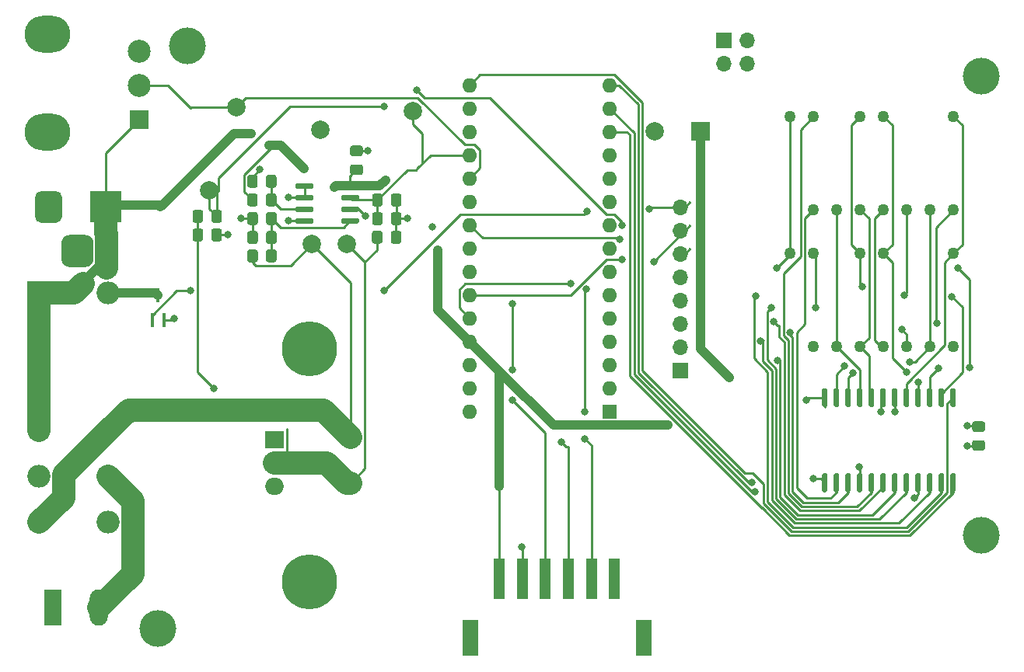
<source format=gbr>
%TF.GenerationSoftware,KiCad,Pcbnew,(5.1.6-0-10_14)*%
%TF.CreationDate,2021-01-28T17:00:11-08:00*%
%TF.ProjectId,temperatureController,74656d70-6572-4617-9475-7265436f6e74,rev?*%
%TF.SameCoordinates,Original*%
%TF.FileFunction,Copper,L1,Top*%
%TF.FilePolarity,Positive*%
%FSLAX46Y46*%
G04 Gerber Fmt 4.6, Leading zero omitted, Abs format (unit mm)*
G04 Created by KiCad (PCBNEW (5.1.6-0-10_14)) date 2021-01-28 17:00:11*
%MOMM*%
%LPD*%
G01*
G04 APERTURE LIST*
%TA.AperFunction,ComponentPad*%
%ADD10C,6.000000*%
%TD*%
%TA.AperFunction,ComponentPad*%
%ADD11O,2.500000X2.500000*%
%TD*%
%TA.AperFunction,ComponentPad*%
%ADD12R,2.500000X2.500000*%
%TD*%
%TA.AperFunction,SMDPad,CuDef*%
%ADD13R,0.450000X1.500000*%
%TD*%
%TA.AperFunction,ComponentPad*%
%ADD14O,1.700000X1.700000*%
%TD*%
%TA.AperFunction,ComponentPad*%
%ADD15R,1.700000X1.700000*%
%TD*%
%TA.AperFunction,ComponentPad*%
%ADD16O,1.600000X1.600000*%
%TD*%
%TA.AperFunction,ComponentPad*%
%ADD17R,1.600000X1.600000*%
%TD*%
%TA.AperFunction,ComponentPad*%
%ADD18O,1.800000X1.800000*%
%TD*%
%TA.AperFunction,ComponentPad*%
%ADD19C,2.000000*%
%TD*%
%TA.AperFunction,SMDPad,CuDef*%
%ADD20R,1.300000X4.500000*%
%TD*%
%TA.AperFunction,SMDPad,CuDef*%
%ADD21R,1.800000X3.900000*%
%TD*%
%TA.AperFunction,ComponentPad*%
%ADD22O,2.000000X1.905000*%
%TD*%
%TA.AperFunction,ComponentPad*%
%ADD23R,2.000000X1.905000*%
%TD*%
%TA.AperFunction,ComponentPad*%
%ADD24C,4.000000*%
%TD*%
%TA.AperFunction,ComponentPad*%
%ADD25O,5.000000X4.000000*%
%TD*%
%TA.AperFunction,ComponentPad*%
%ADD26C,2.500000*%
%TD*%
%TA.AperFunction,ComponentPad*%
%ADD27R,2.000000X2.000000*%
%TD*%
%TA.AperFunction,ComponentPad*%
%ADD28C,1.270000*%
%TD*%
%TA.AperFunction,ComponentPad*%
%ADD29O,1.980000X3.960000*%
%TD*%
%TA.AperFunction,ComponentPad*%
%ADD30R,1.980000X3.960000*%
%TD*%
%TA.AperFunction,ComponentPad*%
%ADD31R,3.500000X3.500000*%
%TD*%
%TA.AperFunction,ViaPad*%
%ADD32C,0.800000*%
%TD*%
%TA.AperFunction,Conductor*%
%ADD33C,0.250000*%
%TD*%
%TA.AperFunction,Conductor*%
%ADD34C,1.000000*%
%TD*%
%TA.AperFunction,Conductor*%
%ADD35C,2.500000*%
%TD*%
G04 APERTURE END LIST*
%TO.P,U2,8*%
%TO.N,VDD*%
%TA.AperFunction,SMDPad,CuDef*%
G36*
G01*
X155805000Y-76350000D02*
X155805000Y-76050000D01*
G75*
G02*
X155955000Y-75900000I150000J0D01*
G01*
X157605000Y-75900000D01*
G75*
G02*
X157755000Y-76050000I0J-150000D01*
G01*
X157755000Y-76350000D01*
G75*
G02*
X157605000Y-76500000I-150000J0D01*
G01*
X155955000Y-76500000D01*
G75*
G02*
X155805000Y-76350000I0J150000D01*
G01*
G37*
%TD.AperFunction*%
%TO.P,U2,7*%
%TO.N,/VSNS_F*%
%TA.AperFunction,SMDPad,CuDef*%
G36*
G01*
X155805000Y-77620000D02*
X155805000Y-77320000D01*
G75*
G02*
X155955000Y-77170000I150000J0D01*
G01*
X157605000Y-77170000D01*
G75*
G02*
X157755000Y-77320000I0J-150000D01*
G01*
X157755000Y-77620000D01*
G75*
G02*
X157605000Y-77770000I-150000J0D01*
G01*
X155955000Y-77770000D01*
G75*
G02*
X155805000Y-77620000I0J150000D01*
G01*
G37*
%TD.AperFunction*%
%TO.P,U2,6*%
%TO.N,/VSNSL-*%
%TA.AperFunction,SMDPad,CuDef*%
G36*
G01*
X155805000Y-78890000D02*
X155805000Y-78590000D01*
G75*
G02*
X155955000Y-78440000I150000J0D01*
G01*
X157605000Y-78440000D01*
G75*
G02*
X157755000Y-78590000I0J-150000D01*
G01*
X157755000Y-78890000D01*
G75*
G02*
X157605000Y-79040000I-150000J0D01*
G01*
X155955000Y-79040000D01*
G75*
G02*
X155805000Y-78890000I0J150000D01*
G01*
G37*
%TD.AperFunction*%
%TO.P,U2,5*%
%TO.N,/VSNSH+*%
%TA.AperFunction,SMDPad,CuDef*%
G36*
G01*
X155805000Y-80160000D02*
X155805000Y-79860000D01*
G75*
G02*
X155955000Y-79710000I150000J0D01*
G01*
X157605000Y-79710000D01*
G75*
G02*
X157755000Y-79860000I0J-150000D01*
G01*
X157755000Y-80160000D01*
G75*
G02*
X157605000Y-80310000I-150000J0D01*
G01*
X155955000Y-80310000D01*
G75*
G02*
X155805000Y-80160000I0J150000D01*
G01*
G37*
%TD.AperFunction*%
%TO.P,U2,4*%
%TO.N,GND*%
%TA.AperFunction,SMDPad,CuDef*%
G36*
G01*
X150855000Y-80160000D02*
X150855000Y-79860000D01*
G75*
G02*
X151005000Y-79710000I150000J0D01*
G01*
X152655000Y-79710000D01*
G75*
G02*
X152805000Y-79860000I0J-150000D01*
G01*
X152805000Y-80160000D01*
G75*
G02*
X152655000Y-80310000I-150000J0D01*
G01*
X151005000Y-80310000D01*
G75*
G02*
X150855000Y-80160000I0J150000D01*
G01*
G37*
%TD.AperFunction*%
%TO.P,U2,3*%
%TO.N,/2.5V*%
%TA.AperFunction,SMDPad,CuDef*%
G36*
G01*
X150855000Y-78890000D02*
X150855000Y-78590000D01*
G75*
G02*
X151005000Y-78440000I150000J0D01*
G01*
X152655000Y-78440000D01*
G75*
G02*
X152805000Y-78590000I0J-150000D01*
G01*
X152805000Y-78890000D01*
G75*
G02*
X152655000Y-79040000I-150000J0D01*
G01*
X151005000Y-79040000D01*
G75*
G02*
X150855000Y-78890000I0J150000D01*
G01*
G37*
%TD.AperFunction*%
%TO.P,U2,2*%
%TO.N,/2.5V_BUF*%
%TA.AperFunction,SMDPad,CuDef*%
G36*
G01*
X150855000Y-77620000D02*
X150855000Y-77320000D01*
G75*
G02*
X151005000Y-77170000I150000J0D01*
G01*
X152655000Y-77170000D01*
G75*
G02*
X152805000Y-77320000I0J-150000D01*
G01*
X152805000Y-77620000D01*
G75*
G02*
X152655000Y-77770000I-150000J0D01*
G01*
X151005000Y-77770000D01*
G75*
G02*
X150855000Y-77620000I0J150000D01*
G01*
G37*
%TD.AperFunction*%
%TO.P,U2,1*%
%TA.AperFunction,SMDPad,CuDef*%
G36*
G01*
X150855000Y-76350000D02*
X150855000Y-76050000D01*
G75*
G02*
X151005000Y-75900000I150000J0D01*
G01*
X152655000Y-75900000D01*
G75*
G02*
X152805000Y-76050000I0J-150000D01*
G01*
X152805000Y-76350000D01*
G75*
G02*
X152655000Y-76500000I-150000J0D01*
G01*
X151005000Y-76500000D01*
G75*
G02*
X150855000Y-76350000I0J150000D01*
G01*
G37*
%TD.AperFunction*%
%TD*%
%TO.P,R5,2*%
%TO.N,/2.5V_BUF*%
%TA.AperFunction,SMDPad,CuDef*%
G36*
G01*
X146743000Y-81366999D02*
X146743000Y-82267001D01*
G75*
G02*
X146493001Y-82517000I-249999J0D01*
G01*
X145842999Y-82517000D01*
G75*
G02*
X145593000Y-82267001I0J249999D01*
G01*
X145593000Y-81366999D01*
G75*
G02*
X145842999Y-81117000I249999J0D01*
G01*
X146493001Y-81117000D01*
G75*
G02*
X146743000Y-81366999I0J-249999D01*
G01*
G37*
%TD.AperFunction*%
%TO.P,R5,1*%
%TO.N,/VSNSH+*%
%TA.AperFunction,SMDPad,CuDef*%
G36*
G01*
X148793000Y-81366999D02*
X148793000Y-82267001D01*
G75*
G02*
X148543001Y-82517000I-249999J0D01*
G01*
X147892999Y-82517000D01*
G75*
G02*
X147643000Y-82267001I0J249999D01*
G01*
X147643000Y-81366999D01*
G75*
G02*
X147892999Y-81117000I249999J0D01*
G01*
X148543001Y-81117000D01*
G75*
G02*
X148793000Y-81366999I0J-249999D01*
G01*
G37*
%TD.AperFunction*%
%TD*%
%TO.P,C3,2*%
%TO.N,/2.5V_BUF*%
%TA.AperFunction,SMDPad,CuDef*%
G36*
G01*
X146743000Y-79305999D02*
X146743000Y-80206001D01*
G75*
G02*
X146493001Y-80456000I-249999J0D01*
G01*
X145842999Y-80456000D01*
G75*
G02*
X145593000Y-80206001I0J249999D01*
G01*
X145593000Y-79305999D01*
G75*
G02*
X145842999Y-79056000I249999J0D01*
G01*
X146493001Y-79056000D01*
G75*
G02*
X146743000Y-79305999I0J-249999D01*
G01*
G37*
%TD.AperFunction*%
%TO.P,C3,1*%
%TO.N,/VSNSH+*%
%TA.AperFunction,SMDPad,CuDef*%
G36*
G01*
X148793000Y-79305999D02*
X148793000Y-80206001D01*
G75*
G02*
X148543001Y-80456000I-249999J0D01*
G01*
X147892999Y-80456000D01*
G75*
G02*
X147643000Y-80206001I0J249999D01*
G01*
X147643000Y-79305999D01*
G75*
G02*
X147892999Y-79056000I249999J0D01*
G01*
X148543001Y-79056000D01*
G75*
G02*
X148793000Y-79305999I0J-249999D01*
G01*
G37*
%TD.AperFunction*%
%TD*%
%TO.P,C5,2*%
%TO.N,GND*%
%TA.AperFunction,SMDPad,CuDef*%
G36*
G01*
X157930001Y-72956000D02*
X157029999Y-72956000D01*
G75*
G02*
X156780000Y-72706001I0J249999D01*
G01*
X156780000Y-72055999D01*
G75*
G02*
X157029999Y-71806000I249999J0D01*
G01*
X157930001Y-71806000D01*
G75*
G02*
X158180000Y-72055999I0J-249999D01*
G01*
X158180000Y-72706001D01*
G75*
G02*
X157930001Y-72956000I-249999J0D01*
G01*
G37*
%TD.AperFunction*%
%TO.P,C5,1*%
%TO.N,VDD*%
%TA.AperFunction,SMDPad,CuDef*%
G36*
G01*
X157930001Y-75006000D02*
X157029999Y-75006000D01*
G75*
G02*
X156780000Y-74756001I0J249999D01*
G01*
X156780000Y-74105999D01*
G75*
G02*
X157029999Y-73856000I249999J0D01*
G01*
X157930001Y-73856000D01*
G75*
G02*
X158180000Y-74105999I0J-249999D01*
G01*
X158180000Y-74756001D01*
G75*
G02*
X157930001Y-75006000I-249999J0D01*
G01*
G37*
%TD.AperFunction*%
%TD*%
D10*
%TO.P,HS1,1*%
%TO.N,Net-(HS1-Pad1)*%
X152400000Y-119380000D03*
X152400000Y-93980000D03*
%TD*%
D11*
%TO.P,RL1,8*%
%TO.N,Net-(Q2-Pad3)*%
X130436000Y-87870000D03*
%TO.P,RL1,7*%
%TO.N,/VSNSH*%
X130436000Y-102870000D03*
%TO.P,RL1,6*%
%TO.N,/TECL*%
X130436000Y-107870000D03*
%TO.P,RL1,5*%
%TO.N,VDD*%
X130436000Y-112870000D03*
%TO.P,RL1,4*%
%TO.N,/VSNSH*%
X122936000Y-112870000D03*
%TO.P,RL1,3*%
%TO.N,/TECH*%
X122936000Y-107870000D03*
%TO.P,RL1,2*%
%TO.N,VDD*%
X122936000Y-102870000D03*
D12*
%TO.P,RL1,1*%
X122936000Y-87870000D03*
%TD*%
%TO.P,R9,2*%
%TO.N,/VSNSH*%
%TA.AperFunction,SMDPad,CuDef*%
G36*
G01*
X146743000Y-83378999D02*
X146743000Y-84279001D01*
G75*
G02*
X146493001Y-84529000I-249999J0D01*
G01*
X145842999Y-84529000D01*
G75*
G02*
X145593000Y-84279001I0J249999D01*
G01*
X145593000Y-83378999D01*
G75*
G02*
X145842999Y-83129000I249999J0D01*
G01*
X146493001Y-83129000D01*
G75*
G02*
X146743000Y-83378999I0J-249999D01*
G01*
G37*
%TD.AperFunction*%
%TO.P,R9,1*%
%TO.N,/VSNSH+*%
%TA.AperFunction,SMDPad,CuDef*%
G36*
G01*
X148793000Y-83378999D02*
X148793000Y-84279001D01*
G75*
G02*
X148543001Y-84529000I-249999J0D01*
G01*
X147892999Y-84529000D01*
G75*
G02*
X147643000Y-84279001I0J249999D01*
G01*
X147643000Y-83378999D01*
G75*
G02*
X147892999Y-83129000I249999J0D01*
G01*
X148543001Y-83129000D01*
G75*
G02*
X148793000Y-83378999I0J-249999D01*
G01*
G37*
%TD.AperFunction*%
%TD*%
%TO.P,R8,2*%
%TO.N,/VSNSL*%
%TA.AperFunction,SMDPad,CuDef*%
G36*
G01*
X160323000Y-81337999D02*
X160323000Y-82238001D01*
G75*
G02*
X160073001Y-82488000I-249999J0D01*
G01*
X159422999Y-82488000D01*
G75*
G02*
X159173000Y-82238001I0J249999D01*
G01*
X159173000Y-81337999D01*
G75*
G02*
X159422999Y-81088000I249999J0D01*
G01*
X160073001Y-81088000D01*
G75*
G02*
X160323000Y-81337999I0J-249999D01*
G01*
G37*
%TD.AperFunction*%
%TO.P,R8,1*%
%TO.N,/VSNSL-*%
%TA.AperFunction,SMDPad,CuDef*%
G36*
G01*
X162373000Y-81337999D02*
X162373000Y-82238001D01*
G75*
G02*
X162123001Y-82488000I-249999J0D01*
G01*
X161472999Y-82488000D01*
G75*
G02*
X161223000Y-82238001I0J249999D01*
G01*
X161223000Y-81337999D01*
G75*
G02*
X161472999Y-81088000I249999J0D01*
G01*
X162123001Y-81088000D01*
G75*
G02*
X162373000Y-81337999I0J-249999D01*
G01*
G37*
%TD.AperFunction*%
%TD*%
%TO.P,R7,2*%
%TO.N,GND*%
%TA.AperFunction,SMDPad,CuDef*%
G36*
G01*
X146734000Y-75241999D02*
X146734000Y-76142001D01*
G75*
G02*
X146484001Y-76392000I-249999J0D01*
G01*
X145833999Y-76392000D01*
G75*
G02*
X145584000Y-76142001I0J249999D01*
G01*
X145584000Y-75241999D01*
G75*
G02*
X145833999Y-74992000I249999J0D01*
G01*
X146484001Y-74992000D01*
G75*
G02*
X146734000Y-75241999I0J-249999D01*
G01*
G37*
%TD.AperFunction*%
%TO.P,R7,1*%
%TO.N,/2.5V*%
%TA.AperFunction,SMDPad,CuDef*%
G36*
G01*
X148784000Y-75241999D02*
X148784000Y-76142001D01*
G75*
G02*
X148534001Y-76392000I-249999J0D01*
G01*
X147883999Y-76392000D01*
G75*
G02*
X147634000Y-76142001I0J249999D01*
G01*
X147634000Y-75241999D01*
G75*
G02*
X147883999Y-74992000I249999J0D01*
G01*
X148534001Y-74992000D01*
G75*
G02*
X148784000Y-75241999I0J-249999D01*
G01*
G37*
%TD.AperFunction*%
%TD*%
%TO.P,R6,2*%
%TO.N,/2.5V*%
%TA.AperFunction,SMDPad,CuDef*%
G36*
G01*
X147634000Y-78174001D02*
X147634000Y-77273999D01*
G75*
G02*
X147883999Y-77024000I249999J0D01*
G01*
X148534001Y-77024000D01*
G75*
G02*
X148784000Y-77273999I0J-249999D01*
G01*
X148784000Y-78174001D01*
G75*
G02*
X148534001Y-78424000I-249999J0D01*
G01*
X147883999Y-78424000D01*
G75*
G02*
X147634000Y-78174001I0J249999D01*
G01*
G37*
%TD.AperFunction*%
%TO.P,R6,1*%
%TO.N,VDD*%
%TA.AperFunction,SMDPad,CuDef*%
G36*
G01*
X145584000Y-78174001D02*
X145584000Y-77273999D01*
G75*
G02*
X145833999Y-77024000I249999J0D01*
G01*
X146484001Y-77024000D01*
G75*
G02*
X146734000Y-77273999I0J-249999D01*
G01*
X146734000Y-78174001D01*
G75*
G02*
X146484001Y-78424000I-249999J0D01*
G01*
X145833999Y-78424000D01*
G75*
G02*
X145584000Y-78174001I0J249999D01*
G01*
G37*
%TD.AperFunction*%
%TD*%
D13*
%TO.P,Q2,3*%
%TO.N,Net-(Q2-Pad3)*%
X135890000Y-88138000D03*
%TO.P,Q2,2*%
%TO.N,GND*%
X136540000Y-90798000D03*
%TO.P,Q2,1*%
%TO.N,/RELAY*%
X135240000Y-90798000D03*
%TD*%
D14*
%TO.P,J5,4*%
%TO.N,GND*%
X200025000Y-62865000D03*
%TO.P,J5,3*%
X197485000Y-62865000D03*
%TO.P,J5,2*%
X200025000Y-60325000D03*
D15*
%TO.P,J5,1*%
X197485000Y-60325000D03*
%TD*%
%TO.P,C4,2*%
%TO.N,GND*%
%TA.AperFunction,SMDPad,CuDef*%
G36*
G01*
X141683000Y-81984001D02*
X141683000Y-81083999D01*
G75*
G02*
X141932999Y-80834000I249999J0D01*
G01*
X142583001Y-80834000D01*
G75*
G02*
X142833000Y-81083999I0J-249999D01*
G01*
X142833000Y-81984001D01*
G75*
G02*
X142583001Y-82234000I-249999J0D01*
G01*
X141932999Y-82234000D01*
G75*
G02*
X141683000Y-81984001I0J249999D01*
G01*
G37*
%TD.AperFunction*%
%TO.P,C4,1*%
%TO.N,/VDR_F*%
%TA.AperFunction,SMDPad,CuDef*%
G36*
G01*
X139633000Y-81984001D02*
X139633000Y-81083999D01*
G75*
G02*
X139882999Y-80834000I249999J0D01*
G01*
X140533001Y-80834000D01*
G75*
G02*
X140783000Y-81083999I0J-249999D01*
G01*
X140783000Y-81984001D01*
G75*
G02*
X140533001Y-82234000I-249999J0D01*
G01*
X139882999Y-82234000D01*
G75*
G02*
X139633000Y-81984001I0J249999D01*
G01*
G37*
%TD.AperFunction*%
%TD*%
D16*
%TO.P,A1,16*%
%TO.N,/SCK*%
X169799000Y-65214500D03*
%TO.P,A1,15*%
%TO.N,/MISO*%
X185039000Y-65214500D03*
%TO.P,A1,30*%
%TO.N,Net-(A1-Pad30)*%
X169799000Y-100774500D03*
%TO.P,A1,14*%
%TO.N,/MOSI*%
X185039000Y-67754500D03*
%TO.P,A1,29*%
%TO.N,GND*%
X169799000Y-98234500D03*
%TO.P,A1,13*%
%TO.N,/SS*%
X185039000Y-70294500D03*
%TO.P,A1,28*%
%TO.N,Net-(A1-Pad28)*%
X169799000Y-95694500D03*
%TO.P,A1,12*%
%TO.N,Net-(A1-Pad12)*%
X185039000Y-72834500D03*
%TO.P,A1,27*%
%TO.N,VDD*%
X169799000Y-93154500D03*
%TO.P,A1,11*%
%TO.N,Net-(A1-Pad11)*%
X185039000Y-75374500D03*
%TO.P,A1,26*%
%TO.N,/A7*%
X169799000Y-90614500D03*
%TO.P,A1,10*%
%TO.N,/RELAY*%
X185039000Y-77914500D03*
%TO.P,A1,25*%
%TO.N,/A6*%
X169799000Y-88074500D03*
%TO.P,A1,9*%
%TO.N,/ALT*%
X185039000Y-80454500D03*
%TO.P,A1,24*%
%TO.N,/SCL*%
X169799000Y-85534500D03*
%TO.P,A1,8*%
%TO.N,/VDRIVE*%
X185039000Y-82994500D03*
%TO.P,A1,23*%
%TO.N,/SDA*%
X169799000Y-82994500D03*
%TO.P,A1,7*%
%TO.N,/D4*%
X185039000Y-85534500D03*
%TO.P,A1,22*%
%TO.N,/A3*%
X169799000Y-80454500D03*
%TO.P,A1,6*%
%TO.N,/D3*%
X185039000Y-88074500D03*
%TO.P,A1,21*%
%TO.N,Net-(A1-Pad21)*%
X169799000Y-77914500D03*
%TO.P,A1,5*%
%TO.N,/D2*%
X185039000Y-90614500D03*
%TO.P,A1,20*%
%TO.N,/TSET*%
X169799000Y-75374500D03*
%TO.P,A1,4*%
%TO.N,GND*%
X185039000Y-93154500D03*
%TO.P,A1,19*%
%TO.N,/VSNS_F*%
X169799000Y-72834500D03*
%TO.P,A1,3*%
%TO.N,Net-(A1-Pad3)*%
X185039000Y-95694500D03*
%TO.P,A1,18*%
%TO.N,Net-(A1-Pad18)*%
X169799000Y-70294500D03*
%TO.P,A1,2*%
%TO.N,/D0*%
X185039000Y-98234500D03*
%TO.P,A1,17*%
%TO.N,Net-(A1-Pad17)*%
X169799000Y-67754500D03*
D17*
%TO.P,A1,1*%
%TO.N,/D1*%
X185039000Y-100774500D03*
%TD*%
D18*
%TO.P,R2,2*%
%TO.N,/VSNSH*%
X156845000Y-103585000D03*
%TO.P,R2,1*%
%TO.N,/VSNSL*%
X156845000Y-108585000D03*
%TD*%
D19*
%TO.P,TP4,1*%
%TO.N,/VDRIVE*%
X141478000Y-76708000D03*
%TD*%
%TO.P,TP6,1*%
%TO.N,/VSNSH*%
X152654000Y-82550000D03*
%TD*%
%TO.P,TP5,1*%
%TO.N,/VSNS_F*%
X163639500Y-68072000D03*
%TD*%
%TO.P,TP2,1*%
%TO.N,/2.5V_BUF*%
X153543000Y-70104000D03*
%TD*%
%TO.P,R3,2*%
%TO.N,/VSNSL-*%
%TA.AperFunction,SMDPad,CuDef*%
G36*
G01*
X161241000Y-80206001D02*
X161241000Y-79305999D01*
G75*
G02*
X161490999Y-79056000I249999J0D01*
G01*
X162141001Y-79056000D01*
G75*
G02*
X162391000Y-79305999I0J-249999D01*
G01*
X162391000Y-80206001D01*
G75*
G02*
X162141001Y-80456000I-249999J0D01*
G01*
X161490999Y-80456000D01*
G75*
G02*
X161241000Y-80206001I0J249999D01*
G01*
G37*
%TD.AperFunction*%
%TO.P,R3,1*%
%TO.N,/VSNS_F*%
%TA.AperFunction,SMDPad,CuDef*%
G36*
G01*
X159191000Y-80206001D02*
X159191000Y-79305999D01*
G75*
G02*
X159440999Y-79056000I249999J0D01*
G01*
X160091001Y-79056000D01*
G75*
G02*
X160341000Y-79305999I0J-249999D01*
G01*
X160341000Y-80206001D01*
G75*
G02*
X160091001Y-80456000I-249999J0D01*
G01*
X159440999Y-80456000D01*
G75*
G02*
X159191000Y-80206001I0J249999D01*
G01*
G37*
%TD.AperFunction*%
%TD*%
%TO.P,C2,2*%
%TO.N,/VSNS_F*%
%TA.AperFunction,SMDPad,CuDef*%
G36*
G01*
X160341000Y-77273999D02*
X160341000Y-78174001D01*
G75*
G02*
X160091001Y-78424000I-249999J0D01*
G01*
X159440999Y-78424000D01*
G75*
G02*
X159191000Y-78174001I0J249999D01*
G01*
X159191000Y-77273999D01*
G75*
G02*
X159440999Y-77024000I249999J0D01*
G01*
X160091001Y-77024000D01*
G75*
G02*
X160341000Y-77273999I0J-249999D01*
G01*
G37*
%TD.AperFunction*%
%TO.P,C2,1*%
%TO.N,/VSNSL-*%
%TA.AperFunction,SMDPad,CuDef*%
G36*
G01*
X162391000Y-77273999D02*
X162391000Y-78174001D01*
G75*
G02*
X162141001Y-78424000I-249999J0D01*
G01*
X161490999Y-78424000D01*
G75*
G02*
X161241000Y-78174001I0J249999D01*
G01*
X161241000Y-77273999D01*
G75*
G02*
X161490999Y-77024000I249999J0D01*
G01*
X162141001Y-77024000D01*
G75*
G02*
X162391000Y-77273999I0J-249999D01*
G01*
G37*
%TD.AperFunction*%
%TD*%
%TO.P,TP1,1*%
%TO.N,/VSNSL*%
X156464000Y-82550000D03*
%TD*%
D20*
%TO.P,J3,6*%
%TO.N,Net-(J3-Pad6)*%
X185562500Y-118976000D03*
%TO.P,J3,5*%
%TO.N,/ALT*%
X183062500Y-118976000D03*
%TO.P,J3,4*%
%TO.N,/SCL*%
X180562500Y-118976000D03*
%TO.P,J3,3*%
%TO.N,/SDA*%
X178062500Y-118976000D03*
%TO.P,J3,2*%
%TO.N,GND*%
X175562500Y-118976000D03*
%TO.P,J3,1*%
%TO.N,VDD*%
X173062500Y-118976000D03*
D21*
%TO.P,J3,MP*%
%TO.N,N/C*%
X188762500Y-125462600D03*
X169862500Y-125476000D03*
%TD*%
%TO.P,R4,2*%
%TO.N,/VDRIVE*%
%TA.AperFunction,SMDPad,CuDef*%
G36*
G01*
X141683000Y-79952001D02*
X141683000Y-79051999D01*
G75*
G02*
X141932999Y-78802000I249999J0D01*
G01*
X142583001Y-78802000D01*
G75*
G02*
X142833000Y-79051999I0J-249999D01*
G01*
X142833000Y-79952001D01*
G75*
G02*
X142583001Y-80202000I-249999J0D01*
G01*
X141932999Y-80202000D01*
G75*
G02*
X141683000Y-79952001I0J249999D01*
G01*
G37*
%TD.AperFunction*%
%TO.P,R4,1*%
%TO.N,/VDR_F*%
%TA.AperFunction,SMDPad,CuDef*%
G36*
G01*
X139633000Y-79952001D02*
X139633000Y-79051999D01*
G75*
G02*
X139882999Y-78802000I249999J0D01*
G01*
X140533001Y-78802000D01*
G75*
G02*
X140783000Y-79051999I0J-249999D01*
G01*
X140783000Y-79952001D01*
G75*
G02*
X140533001Y-80202000I-249999J0D01*
G01*
X139882999Y-80202000D01*
G75*
G02*
X139633000Y-79952001I0J249999D01*
G01*
G37*
%TD.AperFunction*%
%TD*%
D22*
%TO.P,Q1,3*%
%TO.N,GND*%
X148590000Y-108966000D03*
%TO.P,Q1,2*%
%TO.N,/VSNSL*%
X148590000Y-106426000D03*
D23*
%TO.P,Q1,1*%
%TO.N,/VDR_F*%
X148590000Y-103886000D03*
%TD*%
D19*
%TO.P,TP3,1*%
%TO.N,/TSET*%
X144399000Y-67627500D03*
%TD*%
D24*
%TO.P,H4,1*%
%TO.N,N/C*%
X225527000Y-114270000D03*
%TD*%
%TO.P,H3,1*%
%TO.N,N/C*%
X139065000Y-60960000D03*
%TD*%
%TO.P,H2,1*%
%TO.N,N/C*%
X225527000Y-64270000D03*
%TD*%
%TO.P,H1,1*%
%TO.N,N/C*%
X135890000Y-124460000D03*
%TD*%
%TO.P,U1,24*%
%TO.N,/MISO*%
%TA.AperFunction,SMDPad,CuDef*%
G36*
G01*
X208620500Y-100275500D02*
X208320500Y-100275500D01*
G75*
G02*
X208170500Y-100125500I0J150000D01*
G01*
X208170500Y-98375500D01*
G75*
G02*
X208320500Y-98225500I150000J0D01*
G01*
X208620500Y-98225500D01*
G75*
G02*
X208770500Y-98375500I0J-150000D01*
G01*
X208770500Y-100125500D01*
G75*
G02*
X208620500Y-100275500I-150000J0D01*
G01*
G37*
%TD.AperFunction*%
%TO.P,U1,23*%
%TO.N,/SEGD*%
%TA.AperFunction,SMDPad,CuDef*%
G36*
G01*
X209890500Y-100275500D02*
X209590500Y-100275500D01*
G75*
G02*
X209440500Y-100125500I0J150000D01*
G01*
X209440500Y-98375500D01*
G75*
G02*
X209590500Y-98225500I150000J0D01*
G01*
X209890500Y-98225500D01*
G75*
G02*
X210040500Y-98375500I0J-150000D01*
G01*
X210040500Y-100125500D01*
G75*
G02*
X209890500Y-100275500I-150000J0D01*
G01*
G37*
%TD.AperFunction*%
%TO.P,U1,22*%
%TO.N,/SEGDP*%
%TA.AperFunction,SMDPad,CuDef*%
G36*
G01*
X211160500Y-100275500D02*
X210860500Y-100275500D01*
G75*
G02*
X210710500Y-100125500I0J150000D01*
G01*
X210710500Y-98375500D01*
G75*
G02*
X210860500Y-98225500I150000J0D01*
G01*
X211160500Y-98225500D01*
G75*
G02*
X211310500Y-98375500I0J-150000D01*
G01*
X211310500Y-100125500D01*
G75*
G02*
X211160500Y-100275500I-150000J0D01*
G01*
G37*
%TD.AperFunction*%
%TO.P,U1,21*%
%TO.N,/SEGE*%
%TA.AperFunction,SMDPad,CuDef*%
G36*
G01*
X212430500Y-100275500D02*
X212130500Y-100275500D01*
G75*
G02*
X211980500Y-100125500I0J150000D01*
G01*
X211980500Y-98375500D01*
G75*
G02*
X212130500Y-98225500I150000J0D01*
G01*
X212430500Y-98225500D01*
G75*
G02*
X212580500Y-98375500I0J-150000D01*
G01*
X212580500Y-100125500D01*
G75*
G02*
X212430500Y-100275500I-150000J0D01*
G01*
G37*
%TD.AperFunction*%
%TO.P,U1,20*%
%TO.N,/SEGC*%
%TA.AperFunction,SMDPad,CuDef*%
G36*
G01*
X213700500Y-100275500D02*
X213400500Y-100275500D01*
G75*
G02*
X213250500Y-100125500I0J150000D01*
G01*
X213250500Y-98375500D01*
G75*
G02*
X213400500Y-98225500I150000J0D01*
G01*
X213700500Y-98225500D01*
G75*
G02*
X213850500Y-98375500I0J-150000D01*
G01*
X213850500Y-100125500D01*
G75*
G02*
X213700500Y-100275500I-150000J0D01*
G01*
G37*
%TD.AperFunction*%
%TO.P,U1,19*%
%TO.N,VDD*%
%TA.AperFunction,SMDPad,CuDef*%
G36*
G01*
X214970500Y-100275500D02*
X214670500Y-100275500D01*
G75*
G02*
X214520500Y-100125500I0J150000D01*
G01*
X214520500Y-98375500D01*
G75*
G02*
X214670500Y-98225500I150000J0D01*
G01*
X214970500Y-98225500D01*
G75*
G02*
X215120500Y-98375500I0J-150000D01*
G01*
X215120500Y-100125500D01*
G75*
G02*
X214970500Y-100275500I-150000J0D01*
G01*
G37*
%TD.AperFunction*%
%TO.P,U1,18*%
%TO.N,/ISET*%
%TA.AperFunction,SMDPad,CuDef*%
G36*
G01*
X216240500Y-100275500D02*
X215940500Y-100275500D01*
G75*
G02*
X215790500Y-100125500I0J150000D01*
G01*
X215790500Y-98375500D01*
G75*
G02*
X215940500Y-98225500I150000J0D01*
G01*
X216240500Y-98225500D01*
G75*
G02*
X216390500Y-98375500I0J-150000D01*
G01*
X216390500Y-100125500D01*
G75*
G02*
X216240500Y-100275500I-150000J0D01*
G01*
G37*
%TD.AperFunction*%
%TO.P,U1,17*%
%TO.N,/SEGG*%
%TA.AperFunction,SMDPad,CuDef*%
G36*
G01*
X217510500Y-100275500D02*
X217210500Y-100275500D01*
G75*
G02*
X217060500Y-100125500I0J150000D01*
G01*
X217060500Y-98375500D01*
G75*
G02*
X217210500Y-98225500I150000J0D01*
G01*
X217510500Y-98225500D01*
G75*
G02*
X217660500Y-98375500I0J-150000D01*
G01*
X217660500Y-100125500D01*
G75*
G02*
X217510500Y-100275500I-150000J0D01*
G01*
G37*
%TD.AperFunction*%
%TO.P,U1,16*%
%TO.N,/SEGB*%
%TA.AperFunction,SMDPad,CuDef*%
G36*
G01*
X218780500Y-100275500D02*
X218480500Y-100275500D01*
G75*
G02*
X218330500Y-100125500I0J150000D01*
G01*
X218330500Y-98375500D01*
G75*
G02*
X218480500Y-98225500I150000J0D01*
G01*
X218780500Y-98225500D01*
G75*
G02*
X218930500Y-98375500I0J-150000D01*
G01*
X218930500Y-100125500D01*
G75*
G02*
X218780500Y-100275500I-150000J0D01*
G01*
G37*
%TD.AperFunction*%
%TO.P,U1,15*%
%TO.N,/SEGF*%
%TA.AperFunction,SMDPad,CuDef*%
G36*
G01*
X220050500Y-100275500D02*
X219750500Y-100275500D01*
G75*
G02*
X219600500Y-100125500I0J150000D01*
G01*
X219600500Y-98375500D01*
G75*
G02*
X219750500Y-98225500I150000J0D01*
G01*
X220050500Y-98225500D01*
G75*
G02*
X220200500Y-98375500I0J-150000D01*
G01*
X220200500Y-100125500D01*
G75*
G02*
X220050500Y-100275500I-150000J0D01*
G01*
G37*
%TD.AperFunction*%
%TO.P,U1,14*%
%TO.N,/SEGA*%
%TA.AperFunction,SMDPad,CuDef*%
G36*
G01*
X221320500Y-100275500D02*
X221020500Y-100275500D01*
G75*
G02*
X220870500Y-100125500I0J150000D01*
G01*
X220870500Y-98375500D01*
G75*
G02*
X221020500Y-98225500I150000J0D01*
G01*
X221320500Y-98225500D01*
G75*
G02*
X221470500Y-98375500I0J-150000D01*
G01*
X221470500Y-100125500D01*
G75*
G02*
X221320500Y-100275500I-150000J0D01*
G01*
G37*
%TD.AperFunction*%
%TO.P,U1,13*%
%TO.N,/SCK*%
%TA.AperFunction,SMDPad,CuDef*%
G36*
G01*
X222590500Y-100275500D02*
X222290500Y-100275500D01*
G75*
G02*
X222140500Y-100125500I0J150000D01*
G01*
X222140500Y-98375500D01*
G75*
G02*
X222290500Y-98225500I150000J0D01*
G01*
X222590500Y-98225500D01*
G75*
G02*
X222740500Y-98375500I0J-150000D01*
G01*
X222740500Y-100125500D01*
G75*
G02*
X222590500Y-100275500I-150000J0D01*
G01*
G37*
%TD.AperFunction*%
%TO.P,U1,12*%
%TO.N,/SS*%
%TA.AperFunction,SMDPad,CuDef*%
G36*
G01*
X222590500Y-109575500D02*
X222290500Y-109575500D01*
G75*
G02*
X222140500Y-109425500I0J150000D01*
G01*
X222140500Y-107675500D01*
G75*
G02*
X222290500Y-107525500I150000J0D01*
G01*
X222590500Y-107525500D01*
G75*
G02*
X222740500Y-107675500I0J-150000D01*
G01*
X222740500Y-109425500D01*
G75*
G02*
X222590500Y-109575500I-150000J0D01*
G01*
G37*
%TD.AperFunction*%
%TO.P,U1,11*%
%TO.N,/DIG1*%
%TA.AperFunction,SMDPad,CuDef*%
G36*
G01*
X221320500Y-109575500D02*
X221020500Y-109575500D01*
G75*
G02*
X220870500Y-109425500I0J150000D01*
G01*
X220870500Y-107675500D01*
G75*
G02*
X221020500Y-107525500I150000J0D01*
G01*
X221320500Y-107525500D01*
G75*
G02*
X221470500Y-107675500I0J-150000D01*
G01*
X221470500Y-109425500D01*
G75*
G02*
X221320500Y-109575500I-150000J0D01*
G01*
G37*
%TD.AperFunction*%
%TO.P,U1,10*%
%TO.N,/DIG5*%
%TA.AperFunction,SMDPad,CuDef*%
G36*
G01*
X220050500Y-109575500D02*
X219750500Y-109575500D01*
G75*
G02*
X219600500Y-109425500I0J150000D01*
G01*
X219600500Y-107675500D01*
G75*
G02*
X219750500Y-107525500I150000J0D01*
G01*
X220050500Y-107525500D01*
G75*
G02*
X220200500Y-107675500I0J-150000D01*
G01*
X220200500Y-109425500D01*
G75*
G02*
X220050500Y-109575500I-150000J0D01*
G01*
G37*
%TD.AperFunction*%
%TO.P,U1,9*%
%TO.N,GND*%
%TA.AperFunction,SMDPad,CuDef*%
G36*
G01*
X218780500Y-109575500D02*
X218480500Y-109575500D01*
G75*
G02*
X218330500Y-109425500I0J150000D01*
G01*
X218330500Y-107675500D01*
G75*
G02*
X218480500Y-107525500I150000J0D01*
G01*
X218780500Y-107525500D01*
G75*
G02*
X218930500Y-107675500I0J-150000D01*
G01*
X218930500Y-109425500D01*
G75*
G02*
X218780500Y-109575500I-150000J0D01*
G01*
G37*
%TD.AperFunction*%
%TO.P,U1,8*%
%TO.N,/DIG7_D*%
%TA.AperFunction,SMDPad,CuDef*%
G36*
G01*
X217510500Y-109575500D02*
X217210500Y-109575500D01*
G75*
G02*
X217060500Y-109425500I0J150000D01*
G01*
X217060500Y-107675500D01*
G75*
G02*
X217210500Y-107525500I150000J0D01*
G01*
X217510500Y-107525500D01*
G75*
G02*
X217660500Y-107675500I0J-150000D01*
G01*
X217660500Y-109425500D01*
G75*
G02*
X217510500Y-109575500I-150000J0D01*
G01*
G37*
%TD.AperFunction*%
%TO.P,U1,7*%
%TO.N,/DIG3*%
%TA.AperFunction,SMDPad,CuDef*%
G36*
G01*
X216240500Y-109575500D02*
X215940500Y-109575500D01*
G75*
G02*
X215790500Y-109425500I0J150000D01*
G01*
X215790500Y-107675500D01*
G75*
G02*
X215940500Y-107525500I150000J0D01*
G01*
X216240500Y-107525500D01*
G75*
G02*
X216390500Y-107675500I0J-150000D01*
G01*
X216390500Y-109425500D01*
G75*
G02*
X216240500Y-109575500I-150000J0D01*
G01*
G37*
%TD.AperFunction*%
%TO.P,U1,6*%
%TO.N,/DIG2*%
%TA.AperFunction,SMDPad,CuDef*%
G36*
G01*
X214970500Y-109575500D02*
X214670500Y-109575500D01*
G75*
G02*
X214520500Y-109425500I0J150000D01*
G01*
X214520500Y-107675500D01*
G75*
G02*
X214670500Y-107525500I150000J0D01*
G01*
X214970500Y-107525500D01*
G75*
G02*
X215120500Y-107675500I0J-150000D01*
G01*
X215120500Y-109425500D01*
G75*
G02*
X214970500Y-109575500I-150000J0D01*
G01*
G37*
%TD.AperFunction*%
%TO.P,U1,5*%
%TO.N,/DIG6_D*%
%TA.AperFunction,SMDPad,CuDef*%
G36*
G01*
X213700500Y-109575500D02*
X213400500Y-109575500D01*
G75*
G02*
X213250500Y-109425500I0J150000D01*
G01*
X213250500Y-107675500D01*
G75*
G02*
X213400500Y-107525500I150000J0D01*
G01*
X213700500Y-107525500D01*
G75*
G02*
X213850500Y-107675500I0J-150000D01*
G01*
X213850500Y-109425500D01*
G75*
G02*
X213700500Y-109575500I-150000J0D01*
G01*
G37*
%TD.AperFunction*%
%TO.P,U1,4*%
%TO.N,GND*%
%TA.AperFunction,SMDPad,CuDef*%
G36*
G01*
X212430500Y-109575500D02*
X212130500Y-109575500D01*
G75*
G02*
X211980500Y-109425500I0J150000D01*
G01*
X211980500Y-107675500D01*
G75*
G02*
X212130500Y-107525500I150000J0D01*
G01*
X212430500Y-107525500D01*
G75*
G02*
X212580500Y-107675500I0J-150000D01*
G01*
X212580500Y-109425500D01*
G75*
G02*
X212430500Y-109575500I-150000J0D01*
G01*
G37*
%TD.AperFunction*%
%TO.P,U1,3*%
%TO.N,/DIG4*%
%TA.AperFunction,SMDPad,CuDef*%
G36*
G01*
X211160500Y-109575500D02*
X210860500Y-109575500D01*
G75*
G02*
X210710500Y-109425500I0J150000D01*
G01*
X210710500Y-107675500D01*
G75*
G02*
X210860500Y-107525500I150000J0D01*
G01*
X211160500Y-107525500D01*
G75*
G02*
X211310500Y-107675500I0J-150000D01*
G01*
X211310500Y-109425500D01*
G75*
G02*
X211160500Y-109575500I-150000J0D01*
G01*
G37*
%TD.AperFunction*%
%TO.P,U1,2*%
%TO.N,/DIG0*%
%TA.AperFunction,SMDPad,CuDef*%
G36*
G01*
X209890500Y-109575500D02*
X209590500Y-109575500D01*
G75*
G02*
X209440500Y-109425500I0J150000D01*
G01*
X209440500Y-107675500D01*
G75*
G02*
X209590500Y-107525500I150000J0D01*
G01*
X209890500Y-107525500D01*
G75*
G02*
X210040500Y-107675500I0J-150000D01*
G01*
X210040500Y-109425500D01*
G75*
G02*
X209890500Y-109575500I-150000J0D01*
G01*
G37*
%TD.AperFunction*%
%TO.P,U1,1*%
%TO.N,/MOSI*%
%TA.AperFunction,SMDPad,CuDef*%
G36*
G01*
X208620500Y-109575500D02*
X208320500Y-109575500D01*
G75*
G02*
X208170500Y-109425500I0J150000D01*
G01*
X208170500Y-107675500D01*
G75*
G02*
X208320500Y-107525500I150000J0D01*
G01*
X208620500Y-107525500D01*
G75*
G02*
X208770500Y-107675500I0J-150000D01*
G01*
X208770500Y-109425500D01*
G75*
G02*
X208620500Y-109575500I-150000J0D01*
G01*
G37*
%TD.AperFunction*%
%TD*%
D25*
%TO.P,RV1,*%
%TO.N,*%
X123825000Y-70290000D03*
X123825000Y-59690000D03*
D26*
%TO.P,RV1,3*%
%TO.N,GND*%
X133825000Y-61490000D03*
%TO.P,RV1,2*%
%TO.N,/TSET*%
X133825000Y-65240000D03*
D27*
%TO.P,RV1,1*%
%TO.N,VDD*%
X133825000Y-68990000D03*
%TD*%
%TO.P,R1,2*%
%TO.N,/ISET*%
%TA.AperFunction,SMDPad,CuDef*%
G36*
G01*
X225684501Y-103000500D02*
X224784499Y-103000500D01*
G75*
G02*
X224534500Y-102750501I0J249999D01*
G01*
X224534500Y-102100499D01*
G75*
G02*
X224784499Y-101850500I249999J0D01*
G01*
X225684501Y-101850500D01*
G75*
G02*
X225934500Y-102100499I0J-249999D01*
G01*
X225934500Y-102750501D01*
G75*
G02*
X225684501Y-103000500I-249999J0D01*
G01*
G37*
%TD.AperFunction*%
%TO.P,R1,1*%
%TO.N,VDD*%
%TA.AperFunction,SMDPad,CuDef*%
G36*
G01*
X225684501Y-105050500D02*
X224784499Y-105050500D01*
G75*
G02*
X224534500Y-104800501I0J249999D01*
G01*
X224534500Y-104150499D01*
G75*
G02*
X224784499Y-103900500I249999J0D01*
G01*
X225684501Y-103900500D01*
G75*
G02*
X225934500Y-104150499I0J-249999D01*
G01*
X225934500Y-104800501D01*
G75*
G02*
X225684501Y-105050500I-249999J0D01*
G01*
G37*
%TD.AperFunction*%
%TD*%
D28*
%TO.P,LED2,15*%
%TO.N,/SEGF*%
X204724000Y-83566000D03*
%TO.P,LED2,14*%
%TO.N,/DIG7_D*%
X207264000Y-83566000D03*
%TO.P,LED2,12*%
%TO.N,/SEGA*%
X212344000Y-83566000D03*
%TO.P,LED2,11*%
%TO.N,/SEGB*%
X214884000Y-83566000D03*
%TO.P,LED2,8*%
%TO.N,/SEGG*%
X222504000Y-83566000D03*
%TO.P,LED2,7*%
%TO.N,/DIG5*%
X222504000Y-93726000D03*
%TO.P,LED2,6*%
%TO.N,/SEGDP*%
X219964000Y-93726000D03*
%TO.P,LED2,5*%
%TO.N,/DIG4*%
X217424000Y-93726000D03*
%TO.P,LED2,4*%
%TO.N,/SEGD*%
X214884000Y-93726000D03*
%TO.P,LED2,3*%
%TO.N,/SEGC*%
X212344000Y-93726000D03*
%TO.P,LED2,2*%
%TO.N,/SEGE*%
X209804000Y-93726000D03*
%TO.P,LED2,1*%
%TO.N,/DIG3*%
X207264000Y-93726000D03*
%TD*%
%TO.P,LED1,15*%
%TO.N,/SEGF*%
X204724000Y-68643500D03*
%TO.P,LED1,14*%
%TO.N,/DIG6_D*%
X207264000Y-68643500D03*
%TO.P,LED1,12*%
%TO.N,/SEGA*%
X212344000Y-68643500D03*
%TO.P,LED1,11*%
%TO.N,/SEGB*%
X214884000Y-68643500D03*
%TO.P,LED1,8*%
%TO.N,/SEGG*%
X222504000Y-68643500D03*
%TO.P,LED1,7*%
%TO.N,/DIG2*%
X222504000Y-78803500D03*
%TO.P,LED1,6*%
%TO.N,/SEGDP*%
X219964000Y-78803500D03*
%TO.P,LED1,5*%
%TO.N,/DIG1*%
X217424000Y-78803500D03*
%TO.P,LED1,4*%
%TO.N,/SEGD*%
X214884000Y-78803500D03*
%TO.P,LED1,3*%
%TO.N,/SEGC*%
X212344000Y-78803500D03*
%TO.P,LED1,2*%
%TO.N,/SEGE*%
X209804000Y-78803500D03*
%TO.P,LED1,1*%
%TO.N,/DIG0*%
X207264000Y-78803500D03*
%TD*%
D14*
%TO.P,J4,8*%
%TO.N,/A7*%
X192786000Y-78549500D03*
%TO.P,J4,7*%
%TO.N,/A6*%
X192786000Y-81089500D03*
%TO.P,J4,6*%
%TO.N,/A3*%
X192786000Y-83629500D03*
%TO.P,J4,5*%
%TO.N,/D4*%
X192786000Y-86169500D03*
%TO.P,J4,4*%
%TO.N,/D3*%
X192786000Y-88709500D03*
%TO.P,J4,3*%
%TO.N,/D2*%
X192786000Y-91249500D03*
%TO.P,J4,2*%
%TO.N,/D1*%
X192786000Y-93789500D03*
D15*
%TO.P,J4,1*%
%TO.N,/D0*%
X192786000Y-96329500D03*
%TD*%
D29*
%TO.P,J2,2*%
%TO.N,/TECL*%
X129460000Y-122174000D03*
D30*
%TO.P,J2,1*%
%TO.N,/TECH*%
X124460000Y-122174000D03*
%TD*%
%TO.P,J1,3*%
%TO.N,N/C*%
%TA.AperFunction,ComponentPad*%
G36*
G01*
X125352000Y-84161000D02*
X125352000Y-82411000D01*
G75*
G02*
X126227000Y-81536000I875000J0D01*
G01*
X127977000Y-81536000D01*
G75*
G02*
X128852000Y-82411000I0J-875000D01*
G01*
X128852000Y-84161000D01*
G75*
G02*
X127977000Y-85036000I-875000J0D01*
G01*
X126227000Y-85036000D01*
G75*
G02*
X125352000Y-84161000I0J875000D01*
G01*
G37*
%TD.AperFunction*%
%TO.P,J1,2*%
%TO.N,GND*%
%TA.AperFunction,ComponentPad*%
G36*
G01*
X122452000Y-79486000D02*
X122452000Y-77486000D01*
G75*
G02*
X123202000Y-76736000I750000J0D01*
G01*
X124702000Y-76736000D01*
G75*
G02*
X125452000Y-77486000I0J-750000D01*
G01*
X125452000Y-79486000D01*
G75*
G02*
X124702000Y-80236000I-750000J0D01*
G01*
X123202000Y-80236000D01*
G75*
G02*
X122452000Y-79486000I0J750000D01*
G01*
G37*
%TD.AperFunction*%
D31*
%TO.P,J1,1*%
%TO.N,VDD*%
X130202000Y-78486000D03*
%TD*%
D19*
%TO.P,C1,2*%
%TO.N,GND*%
X189945000Y-70231000D03*
D27*
%TO.P,C1,1*%
%TO.N,VDD*%
X194945000Y-70231000D03*
%TD*%
D32*
%TO.N,/MISO*%
X206438500Y-99504500D03*
X200555016Y-108544081D03*
%TO.N,/MOSI*%
X207264000Y-108077000D03*
X200881263Y-109506737D03*
%TO.N,GND*%
X218249500Y-110172500D03*
X212217000Y-106807000D03*
X158750000Y-72390000D03*
X143510000Y-81534000D03*
X150114000Y-80010000D03*
X137668000Y-90678000D03*
X175514000Y-115570000D03*
X146939000Y-74422000D03*
%TO.N,VDD*%
X214630000Y-100838000D03*
X191412999Y-102274501D03*
X198070039Y-97077961D03*
X223964500Y-104521000D03*
X146050000Y-70485000D03*
X147955000Y-71755000D03*
X151765000Y-74295000D03*
X155020153Y-76280153D03*
X166370000Y-83185000D03*
X165735000Y-80645000D03*
X160655000Y-75565000D03*
%TO.N,/A7*%
X189357000Y-78740000D03*
X180848000Y-86868000D03*
%TO.N,/A6*%
X186436000Y-84201000D03*
X189865000Y-84455000D03*
%TO.N,/SCL*%
X179832000Y-104140000D03*
%TO.N,/SDA*%
X174498000Y-99568000D03*
X174498000Y-96266000D03*
X174498000Y-89027000D03*
%TO.N,/A3*%
X186182000Y-81978500D03*
%TO.N,/VDRIVE*%
X160528000Y-67564000D03*
X164084000Y-65786000D03*
X186437558Y-80518070D03*
%TO.N,/SEGF*%
X203263500Y-85153500D03*
X223012000Y-85153500D03*
X224282000Y-95948500D03*
X220853000Y-96075500D03*
%TO.N,/SEGA*%
X212579001Y-87185500D03*
X222313500Y-88265000D03*
%TO.N,/SEGB*%
X218630500Y-97599500D03*
X217424000Y-96520000D03*
%TO.N,/DIG2*%
X220689000Y-91186000D03*
X202946000Y-90995500D03*
%TO.N,/SEGDP*%
X211555500Y-96556403D03*
X217741500Y-95377000D03*
%TO.N,/DIG1*%
X217170000Y-88138000D03*
X200977500Y-88201500D03*
%TO.N,/SEGD*%
X210629500Y-95821500D03*
%TO.N,/DIG7_D*%
X202628500Y-89471500D03*
X207454500Y-89471500D03*
%TO.N,/DIG5*%
X201495999Y-93091000D03*
%TO.N,/DIG4*%
X216852500Y-91821000D03*
X204697500Y-92138500D03*
%TO.N,/DIG3*%
X203347470Y-95227960D03*
%TO.N,/ISET*%
X216154000Y-100774500D03*
X223964500Y-102298500D03*
%TO.N,/ALT*%
X182372000Y-103759000D03*
X182372000Y-100838000D03*
X182528402Y-87405402D03*
%TO.N,/RELAY*%
X139446000Y-87630000D03*
X160528000Y-87630000D03*
X182626000Y-78994000D03*
%TO.N,/VSNSL-*%
X163068000Y-79756000D03*
X158496000Y-79502000D03*
%TO.N,/VDR_F*%
X141986000Y-98298000D03*
%TO.N,/2.5V_BUF*%
X150114000Y-77470000D03*
X144907000Y-79756000D03*
%TD*%
D33*
%TO.N,/SCK*%
X201797491Y-108713554D02*
X200589437Y-107505500D01*
X188619999Y-67130497D02*
X185579001Y-64089499D01*
X170924001Y-64089499D02*
X169799000Y-65214500D01*
X201797491Y-110811861D02*
X201797491Y-108713554D01*
X221795510Y-109622258D02*
X217581694Y-113836074D01*
X217581694Y-113836074D02*
X204821704Y-113836074D01*
X200589437Y-107505500D02*
X199763950Y-107505500D01*
X204821704Y-113836074D02*
X201797491Y-110811861D01*
X188619999Y-96361549D02*
X188619999Y-67130497D01*
X199763950Y-107505500D02*
X188619999Y-96361549D01*
X221795510Y-99895490D02*
X221795510Y-109622258D01*
X185579001Y-64089499D02*
X170924001Y-64089499D01*
X222440500Y-99250500D02*
X221795510Y-99895490D01*
%TO.N,/MISO*%
X208470500Y-99250500D02*
X208470500Y-100275500D01*
X206692500Y-99250500D02*
X206438500Y-99504500D01*
X208470500Y-99250500D02*
X206692500Y-99250500D01*
X185039000Y-65214500D02*
X186067592Y-65214500D01*
X186067592Y-65214500D02*
X188169989Y-67316897D01*
X188169989Y-67316897D02*
X188169989Y-72136000D01*
X188169989Y-72136000D02*
X188169989Y-72546099D01*
X188169989Y-72546099D02*
X188169989Y-94468511D01*
X188169989Y-94468511D02*
X188169989Y-94615000D01*
X200166121Y-108544081D02*
X200555016Y-108544081D01*
X188169989Y-96547949D02*
X200166121Y-108544081D01*
X188169989Y-94468511D02*
X188169989Y-96547949D01*
%TO.N,/MOSI*%
X207997000Y-108077000D02*
X208470500Y-108550500D01*
X207264000Y-108077000D02*
X207997000Y-108077000D01*
X187719979Y-70435479D02*
X187719979Y-72322400D01*
X185039000Y-67754500D02*
X187719979Y-70435479D01*
X187719979Y-72322400D02*
X187719979Y-71818500D01*
X187719979Y-72322400D02*
X187719979Y-72359699D01*
X187719979Y-72359699D02*
X187719979Y-94742000D01*
X187719979Y-94742000D02*
X187719979Y-96734349D01*
X187719979Y-96734349D02*
X200686815Y-109701185D01*
%TO.N,GND*%
X218630500Y-109791500D02*
X218249500Y-110172500D01*
X218630500Y-108550500D02*
X218630500Y-109791500D01*
X212280500Y-106870500D02*
X212217000Y-106807000D01*
X212280500Y-108550500D02*
X212280500Y-106870500D01*
X158741000Y-72381000D02*
X158750000Y-72390000D01*
X157480000Y-72381000D02*
X158741000Y-72381000D01*
X142258000Y-81534000D02*
X143510000Y-81534000D01*
X151830000Y-80010000D02*
X150114000Y-80010000D01*
X137548000Y-90798000D02*
X137668000Y-90678000D01*
X136540000Y-90798000D02*
X137548000Y-90798000D01*
X175562500Y-115618500D02*
X175514000Y-115570000D01*
X175562500Y-118976000D02*
X175562500Y-115618500D01*
X146159000Y-75202000D02*
X146939000Y-74422000D01*
X146159000Y-75692000D02*
X146159000Y-75202000D01*
%TO.N,/SS*%
X222245520Y-108716480D02*
X222245519Y-109808659D01*
X222440500Y-108550500D02*
X222411500Y-108550500D01*
X222411500Y-108550500D02*
X222245520Y-108716480D01*
X222440500Y-109613678D02*
X217768094Y-114286084D01*
X222440500Y-108550500D02*
X222440500Y-109613678D01*
X217768094Y-114286084D02*
X204635303Y-114286083D01*
X204635303Y-114286083D02*
X201601220Y-111252000D01*
X185039000Y-70294500D02*
X186942590Y-70294500D01*
X186942590Y-70294500D02*
X187269969Y-70621879D01*
X187269969Y-70621879D02*
X187269969Y-72136000D01*
X187269969Y-72136000D02*
X187269969Y-72173299D01*
X187269969Y-72173299D02*
X187269969Y-94297500D01*
X187269969Y-96920749D02*
X201676000Y-111326780D01*
X187269969Y-94297500D02*
X187269969Y-96920749D01*
%TO.N,VDD*%
X214630000Y-99441000D02*
X214820500Y-99250500D01*
X214630000Y-100838000D02*
X214630000Y-99441000D01*
D34*
X173062500Y-96418000D02*
X173062500Y-108943000D01*
X169799000Y-93154500D02*
X173062500Y-96418000D01*
X173062500Y-96418000D02*
X178919001Y-102274501D01*
X178919001Y-102274501D02*
X191412999Y-102274501D01*
X194945000Y-93952922D02*
X198070039Y-97077961D01*
X194945000Y-70231000D02*
X194945000Y-93952922D01*
D33*
X225189000Y-104521000D02*
X225234500Y-104475500D01*
X223964500Y-104521000D02*
X225189000Y-104521000D01*
X156780000Y-75131000D02*
X157480000Y-74431000D01*
X156780000Y-76200000D02*
X156780000Y-75131000D01*
D35*
X130302010Y-81447948D02*
X130302010Y-85124052D01*
X130202000Y-81347938D02*
X130302010Y-81447948D01*
X130202000Y-78486000D02*
X130202000Y-81347938D01*
D34*
X126495400Y-87870000D02*
X122936000Y-87870000D01*
X129241348Y-85124052D02*
X126495400Y-87870000D01*
X130302010Y-85124052D02*
X129241348Y-85124052D01*
D35*
X126686000Y-87870000D02*
X127735999Y-86820001D01*
X122936000Y-87870000D02*
X126686000Y-87870000D01*
X122936000Y-87870000D02*
X122936000Y-102870000D01*
D33*
X130202000Y-72613000D02*
X130202000Y-78486000D01*
X133825000Y-68990000D02*
X130202000Y-72613000D01*
X173062500Y-118976000D02*
X173062500Y-108943000D01*
D34*
X147955000Y-71755000D02*
X149225000Y-71755000D01*
X149225000Y-71755000D02*
X151765000Y-74295000D01*
X155241740Y-76200000D02*
X155090870Y-76350870D01*
X156780000Y-76200000D02*
X155241740Y-76200000D01*
X169799000Y-93154500D02*
X166370000Y-89725500D01*
X166370000Y-89725500D02*
X166370000Y-83185000D01*
X156780000Y-76200000D02*
X160020000Y-76200000D01*
X160020000Y-76200000D02*
X160655000Y-75565000D01*
D33*
X145258990Y-75003820D02*
X145258990Y-76823990D01*
X148507810Y-71755000D02*
X145258990Y-75003820D01*
X145258990Y-76823990D02*
X146159000Y-77724000D01*
X149225000Y-71755000D02*
X148507810Y-71755000D01*
X136334500Y-78422500D02*
X136525000Y-78613000D01*
X136334500Y-78295500D02*
X136334500Y-78422500D01*
D34*
X136144000Y-78486000D02*
X136334500Y-78295500D01*
X136334500Y-78295500D02*
X144145000Y-70485000D01*
X130392500Y-78295500D02*
X130202000Y-78486000D01*
X136334500Y-78295500D02*
X130392500Y-78295500D01*
X144145000Y-70485000D02*
X146050000Y-70485000D01*
D33*
%TO.N,/A7*%
X193802000Y-77978000D02*
X193311999Y-78468001D01*
X192786000Y-78549500D02*
X189547500Y-78549500D01*
X189547500Y-78549500D02*
X189420500Y-78549500D01*
X189547500Y-78549500D02*
X189357000Y-78740000D01*
X168673999Y-87534499D02*
X168673999Y-89489499D01*
X168673999Y-89489499D02*
X169799000Y-90614500D01*
X169340498Y-86868000D02*
X168673999Y-87534499D01*
X180848000Y-86868000D02*
X169340498Y-86868000D01*
%TO.N,/A6*%
X193802000Y-80518000D02*
X193311999Y-81008001D01*
X180833998Y-88074500D02*
X184707498Y-84201000D01*
X169799000Y-88074500D02*
X180833998Y-88074500D01*
X184707498Y-84201000D02*
X186436000Y-84201000D01*
X192786000Y-81534000D02*
X192786000Y-81089500D01*
X189865000Y-84455000D02*
X192786000Y-81534000D01*
%TO.N,/SCL*%
X180308500Y-104616500D02*
X179832000Y-104140000D01*
X180562500Y-104616500D02*
X180308500Y-104616500D01*
X180562500Y-118976000D02*
X180562500Y-108680500D01*
X180562500Y-108680500D02*
X180562500Y-104616500D01*
X180562500Y-108943000D02*
X180562500Y-108680500D01*
%TO.N,/SDA*%
X178062500Y-103132500D02*
X174498000Y-99568000D01*
X174498000Y-96266000D02*
X174498000Y-89027000D01*
X178062500Y-108703500D02*
X178062500Y-118976000D01*
X178062500Y-108943000D02*
X178062500Y-108703500D01*
X178062500Y-108703500D02*
X178062500Y-103132500D01*
%TO.N,/A3*%
X193802000Y-83058000D02*
X193311999Y-83548001D01*
X171213999Y-81869499D02*
X186072999Y-81869499D01*
X169799000Y-80454500D02*
X171213999Y-81869499D01*
X186072999Y-81869499D02*
X186182000Y-81978500D01*
%TO.N,/TSET*%
X144399000Y-67627500D02*
X139506000Y-67627500D01*
X133825000Y-65240000D02*
X136995000Y-65240000D01*
X136995000Y-65240000D02*
X139444250Y-67689250D01*
X139506000Y-67627500D02*
X139444250Y-67689250D01*
X170924001Y-72294499D02*
X170924001Y-74249499D01*
X170339001Y-71709499D02*
X170924001Y-72294499D01*
X169258999Y-71709499D02*
X170339001Y-71709499D01*
X164177001Y-66627501D02*
X169258999Y-71709499D01*
X145398999Y-66627501D02*
X164177001Y-66627501D01*
X170924001Y-74249499D02*
X169799000Y-75374500D01*
X144399000Y-67627500D02*
X145398999Y-66627501D01*
%TO.N,/VDRIVE*%
X142258000Y-76944000D02*
X142494000Y-76708000D01*
X142258000Y-79502000D02*
X142258000Y-76944000D01*
X142494000Y-75293787D02*
X150223787Y-67564000D01*
X142494000Y-76708000D02*
X142494000Y-75293787D01*
X150223787Y-67564000D02*
X160528000Y-67564000D01*
X185579001Y-79329499D02*
X186436000Y-80186498D01*
X172039499Y-66629499D02*
X184739499Y-79329499D01*
X184739499Y-79329499D02*
X185579001Y-79329499D01*
X164927499Y-66629499D02*
X172039499Y-66629499D01*
X164084000Y-65786000D02*
X164927499Y-66629499D01*
X186436000Y-80516512D02*
X186437558Y-80518070D01*
X186436000Y-80186498D02*
X186436000Y-80516512D01*
X141478000Y-78722000D02*
X142258000Y-79502000D01*
X141478000Y-76708000D02*
X141478000Y-78722000D01*
%TO.N,/SEGF*%
X204724000Y-68643500D02*
X204724000Y-83566000D01*
X204724000Y-83693000D02*
X203263500Y-85153500D01*
X204724000Y-83566000D02*
X204724000Y-83693000D01*
X223012000Y-85153500D02*
X224282000Y-86423500D01*
X224282000Y-86423500D02*
X224282000Y-95948500D01*
X219900500Y-97028000D02*
X219900500Y-99250500D01*
X220853000Y-96075500D02*
X219900500Y-97028000D01*
%TO.N,/DIG6_D*%
X205853989Y-70053511D02*
X207264000Y-68643500D01*
X203972499Y-85738303D02*
X205853989Y-83856813D01*
X203972499Y-92486501D02*
X203972499Y-85738303D01*
X204522480Y-109718390D02*
X204522480Y-93036482D01*
X205853989Y-83856813D02*
X205853989Y-70053511D01*
X205940109Y-111136019D02*
X204522480Y-109718390D01*
X211989981Y-111136019D02*
X205940109Y-111136019D01*
X204522480Y-93036482D02*
X203972499Y-92486501D01*
X213550500Y-109575500D02*
X211989981Y-111136019D01*
X213550500Y-108550500D02*
X213550500Y-109575500D01*
%TO.N,/SEGA*%
X211383999Y-82605999D02*
X212344000Y-83566000D01*
X211383999Y-69603501D02*
X211383999Y-82605999D01*
X212344000Y-68643500D02*
X211383999Y-69603501D01*
X212344000Y-83566000D02*
X212344000Y-86931500D01*
X212579001Y-87166501D02*
X212579001Y-87185500D01*
X212344000Y-86931500D02*
X212579001Y-87166501D01*
X221170500Y-98823732D02*
X221170500Y-99250500D01*
X223464001Y-96530231D02*
X221170500Y-98823732D01*
X223464001Y-89415501D02*
X223464001Y-96530231D01*
X222313500Y-88265000D02*
X223464001Y-89415501D01*
%TO.N,/SEGB*%
X215844001Y-82605999D02*
X214884000Y-83566000D01*
X215844001Y-69603501D02*
X215844001Y-82605999D01*
X214884000Y-68643500D02*
X215844001Y-69603501D01*
X218630500Y-99250500D02*
X218630500Y-97599500D01*
X215844001Y-94940001D02*
X217424000Y-96520000D01*
X215844001Y-84526001D02*
X215844001Y-94940001D01*
X214884000Y-83566000D02*
X215844001Y-84526001D01*
%TO.N,/SEGG*%
X217487500Y-99441000D02*
X217487500Y-98416000D01*
X223464001Y-82605999D02*
X222504000Y-83566000D01*
X223464001Y-69603501D02*
X223464001Y-82605999D01*
X222504000Y-68643500D02*
X223464001Y-69603501D01*
X221543999Y-84526001D02*
X222504000Y-83566000D01*
X221543999Y-93566803D02*
X221543999Y-84526001D01*
X217360500Y-97750302D02*
X221543999Y-93566803D01*
X217360500Y-99250500D02*
X217360500Y-97750302D01*
%TO.N,/DIG2*%
X214820500Y-108977268D02*
X212211739Y-111586029D01*
X214820500Y-108550500D02*
X214820500Y-108977268D01*
X204072470Y-109904790D02*
X204072470Y-109652200D01*
X205753708Y-111586028D02*
X204072470Y-109904790D01*
X212211739Y-111586029D02*
X205753708Y-111586028D01*
X204072470Y-109652200D02*
X204072470Y-107442000D01*
X204072470Y-93222882D02*
X203522489Y-92672901D01*
X204072470Y-107442000D02*
X204072470Y-93222882D01*
X222504000Y-78803500D02*
X220599000Y-80708500D01*
X220599000Y-91096000D02*
X220689000Y-91186000D01*
X220599000Y-80708500D02*
X220599000Y-91096000D01*
X203322011Y-91371511D02*
X203522489Y-91371511D01*
X202946000Y-90995500D02*
X203322011Y-91371511D01*
X203522489Y-92672901D02*
X203522489Y-91371511D01*
%TO.N,/SEGDP*%
X219964000Y-78803500D02*
X219964000Y-93726000D01*
X211010500Y-97101403D02*
X211555500Y-96556403D01*
X211010500Y-99250500D02*
X211010500Y-97101403D01*
X218313000Y-95377000D02*
X219964000Y-93726000D01*
X217741500Y-95377000D02*
X218313000Y-95377000D01*
%TO.N,/DIG1*%
X205008104Y-113386064D02*
X202247500Y-110625460D01*
X217359936Y-113386064D02*
X205008104Y-113386064D01*
X221170500Y-109575500D02*
X217359936Y-113386064D01*
X221170500Y-108550500D02*
X221170500Y-109575500D01*
X202247500Y-110625460D02*
X202247500Y-107759500D01*
X202247500Y-96473812D02*
X200770998Y-94997310D01*
X200770998Y-94997310D02*
X200770998Y-88154002D01*
X202247500Y-107759500D02*
X202247500Y-96473812D01*
X217424000Y-87884000D02*
X217170000Y-88138000D01*
X217424000Y-78803500D02*
X217424000Y-87884000D01*
%TO.N,/SEGD*%
X213923999Y-79763501D02*
X213923999Y-93019999D01*
X214884000Y-78803500D02*
X213923999Y-79763501D01*
X214630000Y-93726000D02*
X214884000Y-93726000D01*
X213923999Y-93019999D02*
X214630000Y-93726000D01*
X209740500Y-99250500D02*
X209740500Y-96710500D01*
X209740500Y-96710500D02*
X210629500Y-95821500D01*
%TO.N,/SEGC*%
X213304001Y-92765999D02*
X212344000Y-93726000D01*
X213304001Y-79763501D02*
X213304001Y-92765999D01*
X212344000Y-78803500D02*
X213304001Y-79763501D01*
X213360000Y-94742000D02*
X213360000Y-94932500D01*
X212344000Y-93726000D02*
X213360000Y-94742000D01*
X213360000Y-99060000D02*
X213360000Y-94932500D01*
%TO.N,/SEGE*%
X209804000Y-78803500D02*
X209804000Y-93726000D01*
X212280500Y-96202500D02*
X209804000Y-93726000D01*
X212280500Y-99250500D02*
X212280500Y-96202500D01*
%TO.N,/DIG0*%
X209740500Y-109575500D02*
X209080000Y-110236000D01*
X209740500Y-108550500D02*
X209740500Y-109575500D01*
X209080000Y-110236000D02*
X206565500Y-110236000D01*
X206565500Y-110236000D02*
X205422500Y-109093000D01*
X205422500Y-107188000D02*
X205422500Y-92138500D01*
X205422500Y-109093000D02*
X205422500Y-107188000D01*
X205422500Y-107188000D02*
X205422500Y-107061000D01*
X206303999Y-91257001D02*
X205422500Y-92138500D01*
X206303999Y-79763501D02*
X206303999Y-91257001D01*
X207264000Y-78803500D02*
X206303999Y-79763501D01*
%TO.N,/DIG7_D*%
X214449954Y-112486046D02*
X205380906Y-112486046D01*
X205380906Y-112486046D02*
X203172450Y-110277590D01*
X217360500Y-109575500D02*
X214449954Y-112486046D01*
X217360500Y-108550500D02*
X217360500Y-109575500D01*
X203172450Y-110277590D02*
X203172450Y-107541450D01*
X202220999Y-95174491D02*
X202220999Y-89879001D01*
X203172450Y-96125942D02*
X202220999Y-95174491D01*
X203172450Y-107541450D02*
X203172450Y-96125942D01*
X202220999Y-89879001D02*
X202628500Y-89471500D01*
X207454500Y-83756500D02*
X207264000Y-83566000D01*
X207454500Y-89471500D02*
X207454500Y-83756500D01*
%TO.N,/DIG5*%
X201770989Y-93059511D02*
X201527488Y-93059511D01*
X201739500Y-93091000D02*
X201770989Y-93059511D01*
X202722440Y-96312342D02*
X201739500Y-95329402D01*
X205194505Y-112936055D02*
X202722440Y-110463990D01*
X202722440Y-110463990D02*
X202722440Y-96312342D01*
X216539945Y-112936055D02*
X205194505Y-112936055D01*
X201527488Y-93059511D02*
X201495999Y-93091000D01*
X219900500Y-108550500D02*
X219900500Y-109575500D01*
X219900500Y-109575500D02*
X216539945Y-112936055D01*
X201739500Y-95329402D02*
X201739500Y-93091000D01*
%TO.N,/DIG4*%
X217424000Y-93726000D02*
X217424000Y-92392500D01*
X217424000Y-92392500D02*
X216852500Y-91821000D01*
X209899990Y-110686010D02*
X206126510Y-110686010D01*
X206126510Y-110686010D02*
X204972490Y-109531990D01*
X211010500Y-109575500D02*
X209899990Y-110686010D01*
X211010500Y-108550500D02*
X211010500Y-109575500D01*
X204972490Y-109531990D02*
X204972490Y-109279400D01*
X204972490Y-107499990D02*
X204972490Y-92704490D01*
X204972490Y-109279400D02*
X204972490Y-107499990D01*
X204972490Y-107499990D02*
X204972490Y-107251500D01*
X204697500Y-92429500D02*
X204972490Y-92704490D01*
X204697500Y-92138500D02*
X204697500Y-92429500D01*
%TO.N,/DIG3*%
X205567307Y-112036037D02*
X203622460Y-110091190D01*
X213629963Y-112036037D02*
X205567307Y-112036037D01*
X216090500Y-109575500D02*
X213629963Y-112036037D01*
X216090500Y-108550500D02*
X216090500Y-109575500D01*
X203622460Y-107654540D02*
X203622460Y-95227960D01*
X203622460Y-110091190D02*
X203622460Y-107654540D01*
X203622460Y-107654540D02*
X203622460Y-107442000D01*
%TO.N,/ISET*%
X216090500Y-100711000D02*
X216154000Y-100774500D01*
X216090500Y-99250500D02*
X216090500Y-100711000D01*
X225107500Y-102298500D02*
X225234500Y-102425500D01*
X223964500Y-102298500D02*
X225107500Y-102298500D01*
%TO.N,/VSNSL*%
X148590000Y-106426000D02*
X154051000Y-106426000D01*
D35*
X156393618Y-108585000D02*
X156845000Y-108585000D01*
X154234618Y-106426000D02*
X156393618Y-108585000D01*
D33*
X149915001Y-106370999D02*
X149860000Y-106426000D01*
D35*
X149860000Y-106426000D02*
X154234618Y-106426000D01*
X148590000Y-106426000D02*
X149860000Y-106426000D01*
D33*
X149915001Y-102673499D02*
X149915001Y-102814999D01*
X149915001Y-102814999D02*
X149915001Y-106370999D01*
X158420009Y-84506009D02*
X156464000Y-82550000D01*
X158420009Y-107009991D02*
X158420009Y-84506009D01*
X156845000Y-108585000D02*
X158420009Y-107009991D01*
X159748000Y-83178018D02*
X158420009Y-84506009D01*
X159748000Y-81788000D02*
X159748000Y-83178018D01*
%TO.N,/ALT*%
X183062500Y-104449500D02*
X182372000Y-103759000D01*
X182372000Y-100838000D02*
X182372000Y-87503000D01*
X182469598Y-87405402D02*
X182528402Y-87405402D01*
X182372000Y-87503000D02*
X182469598Y-87405402D01*
X183062500Y-108640500D02*
X183062500Y-118976000D01*
X183062500Y-108943000D02*
X183062500Y-108640500D01*
X183062500Y-108640500D02*
X183062500Y-104449500D01*
D35*
%TO.N,/VSNSH*%
X125636001Y-107669999D02*
X130436000Y-102870000D01*
X125636001Y-110169999D02*
X125636001Y-107669999D01*
X122936000Y-112870000D02*
X125636001Y-110169999D01*
X153869999Y-100609999D02*
X156845000Y-103585000D01*
X132696001Y-100609999D02*
X153869999Y-100609999D01*
X130436000Y-102870000D02*
X132696001Y-100609999D01*
D33*
X156845000Y-86741000D02*
X152654000Y-82550000D01*
X156845000Y-103585000D02*
X156845000Y-86741000D01*
X152509000Y-82695000D02*
X152654000Y-82550000D01*
X146493010Y-84854010D02*
X150349990Y-84854010D01*
X146168000Y-84529000D02*
X146493010Y-84854010D01*
X150349990Y-84854010D02*
X152654000Y-82550000D01*
X146168000Y-83829000D02*
X146168000Y-84529000D01*
%TO.N,/RELAY*%
X135240000Y-90273000D02*
X137883000Y-87630000D01*
X135240000Y-90798000D02*
X135240000Y-90273000D01*
X137883000Y-87630000D02*
X139446000Y-87630000D01*
X168828501Y-79329499D02*
X160528000Y-87630000D01*
X182290501Y-79329499D02*
X168828501Y-79329499D01*
X182626000Y-78994000D02*
X182290501Y-79329499D01*
D35*
%TO.N,/TECL*%
X133136001Y-118497999D02*
X129460000Y-122174000D01*
X133136001Y-110570001D02*
X133136001Y-118497999D01*
X130436000Y-107870000D02*
X133136001Y-110570001D01*
D34*
%TO.N,Net-(Q2-Pad3)*%
X135622000Y-87870000D02*
X135890000Y-88138000D01*
X130436000Y-87870000D02*
X135622000Y-87870000D01*
D33*
%TO.N,/VSNSL-*%
X156780000Y-78740000D02*
X157161810Y-78740000D01*
X161816000Y-79756000D02*
X161816000Y-77724000D01*
X161798000Y-79774000D02*
X161816000Y-79756000D01*
X161798000Y-81788000D02*
X161798000Y-79774000D01*
X161816000Y-79756000D02*
X163068000Y-79756000D01*
X157734000Y-78740000D02*
X156780000Y-78740000D01*
X158496000Y-79502000D02*
X157734000Y-78740000D01*
%TO.N,/VDR_F*%
X140208000Y-95504000D02*
X140208000Y-81534000D01*
X140208000Y-81534000D02*
X140208000Y-79502000D01*
X140208000Y-96520000D02*
X141986000Y-98298000D01*
X140208000Y-95504000D02*
X140208000Y-96520000D01*
%TO.N,/VSNS_F*%
X159766000Y-77724000D02*
X159766000Y-79756000D01*
X157034000Y-77724000D02*
X156780000Y-77470000D01*
X159766000Y-77724000D02*
X157034000Y-77724000D01*
X163012999Y-74477001D02*
X159766000Y-77724000D01*
X164647001Y-70493714D02*
X164647001Y-73788001D01*
X163958001Y-74477001D02*
X163012999Y-74477001D01*
X163639500Y-69486213D02*
X164647001Y-70493714D01*
X163639500Y-68072000D02*
X163639500Y-69486213D01*
X165600502Y-72834500D02*
X164175501Y-74259501D01*
X169799000Y-72834500D02*
X165600502Y-72834500D01*
X164175501Y-74259501D02*
X163958001Y-74477001D01*
X164647001Y-73788001D02*
X164175501Y-74259501D01*
%TO.N,/2.5V_BUF*%
X151830000Y-77470000D02*
X151830000Y-76200000D01*
X146168000Y-79756000D02*
X146168000Y-81817000D01*
X151830000Y-77470000D02*
X150114000Y-77470000D01*
X146168000Y-79756000D02*
X144907000Y-79756000D01*
%TO.N,/VSNSH+*%
X156054999Y-80735001D02*
X156780000Y-80010000D01*
X148218000Y-83829000D02*
X148218000Y-81817000D01*
X148218000Y-81817000D02*
X148218000Y-79756000D01*
X149197001Y-80735001D02*
X150023999Y-80735001D01*
X150023999Y-80735001D02*
X156054999Y-80735001D01*
X148218000Y-79756000D02*
X149197001Y-80735001D01*
X149765999Y-80735001D02*
X150023999Y-80735001D01*
%TO.N,/2.5V*%
X148209000Y-77724000D02*
X148209000Y-75692000D01*
X149225000Y-78740000D02*
X151830000Y-78740000D01*
X148209000Y-77724000D02*
X149225000Y-78740000D01*
%TD*%
M02*

</source>
